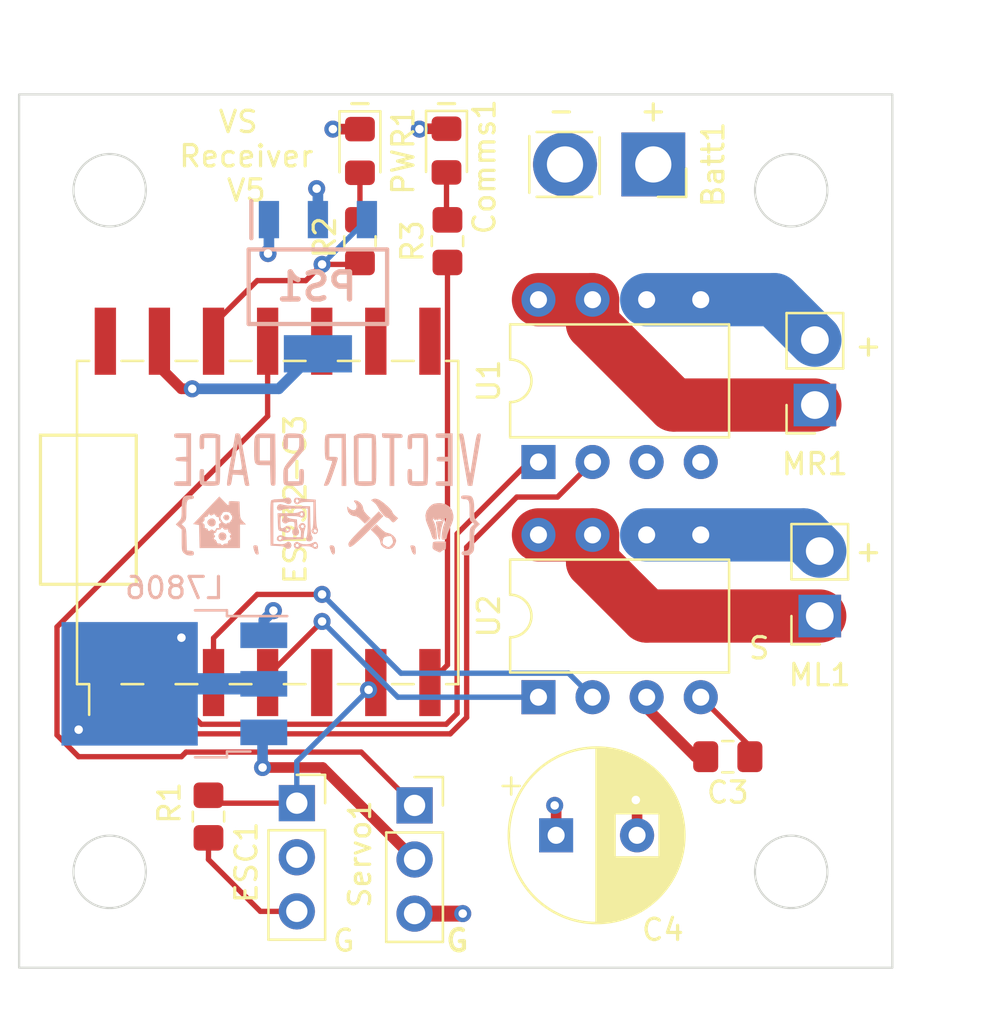
<source format=kicad_pcb>
(kicad_pcb (version 20221018) (generator pcbnew)
  (layers (0 "F.Cu" signal) (1 "In1.Cu" power "PWR") (2 "In2.Cu" power "GND") (31 "B.Cu" signal) (34 "B.Paste" user) (35 "F.Paste" user) (36 "B.SilkS" user "B.Silkscreen") (37 "F.SilkS" user "F.Silkscreen") (38 "B.Mask" user) (39 "F.Mask" user) (44 "Edge.Cuts" user))
  (net 0 "")
  (net 1 "+12V")
  (net 2 "GND")
  (net 3 "Net-(ESC1-Pin_1)")
  (net 5 "Net-(ESP32-C3-GPIO2{slash}ADC1_CH2)")
  (net 6 "Net-(ESP32-C3-GPIO3{slash}ADC1_CH3)")
  (net 7 "Net-(ESP32-C3-GPIO0{slash}ADC1_CH0{slash}XTAL_32K_P)")
  (net 8 "Net-(ESP32-C3-GPIO1{slash}ADC1_CH1{slash}XTAL_32K_N)")
  (net 9 "+3V3")
  (net 14 "+6V")
  (net 15 "/Servo")
  (net 16 "/comms")
  (net 17 "Net-(Comms1-A)")
  (net 18 "Net-(ML1-Pin_1)")
  (net 19 "Net-(ML1-Pin_2)")
  (net 20 "Net-(MR1-Pin_2)")
  (net 21 "Net-(MR1-Pin_1)")
  (net 22 "Net-(PWR1-A)")
  (footprint "MountingHole:MountingHole_3.2mm_M3" (layer "F.Cu") (at 182.75 115)
    (fp_text reference "H4" hide)
    (fp_text value "MountingHole")
    (pad "" np_thru_hole circle (at 0 0) (size 3.2 3.2) (drill 3.2) (layers "*.Cu" "*.Mask"))
  )
  (footprint "Package_DIP:DIP-8_W7.62mm" (layer "F.Cu") (at 170.884 106.8 90)
    (fp_text reference "U2" (at 3.81 -2.33 90) (layer "F.SilkS"))
    (fp_text value "RZ7886")
    (pad "1" thru_hole rect (at 0 0 90) (size 1.6 1.6) (drill 0.8) (layers "*.Cu" "*.Mask") (net 6 "Net-(ESP32-C3-GPIO3{slash}ADC1_CH3)"))
    (pad "2" thru_hole oval (at 0 2.54 90) (size 1.6 1.6) (drill 0.8) (layers "*.Cu" "*.Mask") (net 5 "Net-(ESP32-C3-GPIO2{slash}ADC1_CH2)"))
    (pad "3" thru_hole oval (at 0 5.08 90) (size 1.6 1.6) (drill 0.8) (layers "*.Cu" "*.Mask") (net 2 "GND"))
    (pad "4" thru_hole oval (at 0 7.62 90) (size 1.6 1.6) (drill 0.8) (layers "*.Cu" "*.Mask") (net 1 "+12V"))
    (pad "5" thru_hole oval (at 7.62 7.62 90) (size 1.6 1.6) (drill 0.8) (layers "*.Cu" "*.Mask") (net 19 "Net-(ML1-Pin_2)"))
    (pad "6" thru_hole oval (at 7.62 5.08 90) (size 1.6 1.6) (drill 0.8) (layers "*.Cu" "*.Mask") (net 19 "Net-(ML1-Pin_2)"))
    (pad "7" thru_hole oval (at 7.62 2.54 90) (size 1.6 1.6) (drill 0.8) (layers "*.Cu" "*.Mask") (net 18 "Net-(ML1-Pin_1)"))
    (pad "8" thru_hole oval (at 7.62 0 90) (size 1.6 1.6) (drill 0.8) (layers "*.Cu" "*.Mask") (net 18 "Net-(ML1-Pin_1)"))
  )
  (footprint "Connector_PinSocket_2.54mm:PinSocket_1x03_P2.54mm_Vertical" (layer "F.Cu") (at 165.067 111.88)
    (fp_text reference "Servo1" (at -2.565 2.286 90) (layer "F.SilkS"))
    (fp_text value "Servo")
    (pad "1" thru_hole rect (at 0 0) (size 1.7 1.7) (drill 1) (layers "*.Cu" "*.Mask") (net 15 "/Servo"))
    (pad "2" thru_hole oval (at 0 2.54) (size 1.7 1.7) (drill 1) (layers "*.Cu" "*.Mask") (net 14 "+6V"))
    (pad "3" thru_hole oval (at 0 5.08) (size 1.7 1.7) (drill 1) (layers "*.Cu" "*.Mask") (net 2 "GND"))
  )
  (footprint "Espressif:ESP32-C3" (layer "F.Cu") (at 159.9675 97.5125 90)
    (fp_text reference "ESP32-C3" (at 0 -0.5 90 unlocked) (layer "F.SilkS"))
    (fp_text value "ESP32-C3-MINI-1")
    (pad "1" smd rect (at 7.425 -6.88 90) (size 3.15 1) (layers "F.Cu" "F.Paste" "F.Mask") (net 2 "GND"))
    (pad "3" smd rect (at 7.425 -4.34 90) (size 3.15 1) (layers "F.Cu" "F.Paste" "F.Mask") (net 9 "+3V3"))
    (pad "5" smd rect (at -8.6 -4.34 90) (size 3.15 1) (layers "F.Cu" "F.Paste" "F.Mask") (net 5 "Net-(ESP32-C3-GPIO2{slash}ADC1_CH2)"))
    (pad "6" smd rect (at -8.6 -1.8 90) (size 3.15 1) (layers "F.Cu" "F.Paste" "F.Mask") (net 6 "Net-(ESP32-C3-GPIO3{slash}ADC1_CH3)"))
    (pad "12" smd rect (at -8.6 -9.42 90) (size 3.15 1) (layers "F.Cu" "F.Paste" "F.Mask") (net 7 "Net-(ESP32-C3-GPIO0{slash}ADC1_CH0{slash}XTAL_32K_P)"))
    (pad "13" smd rect (at -8.6 -6.88 90) (size 3.15 1) (layers "F.Cu" "F.Paste" "F.Mask") (net 8 "Net-(ESP32-C3-GPIO1{slash}ADC1_CH1{slash}XTAL_32K_N)"))
    (pad "16" smd rect (at 7.425 -1.8 90) (size 3.15 1) (layers "F.Cu" "F.Paste" "F.Mask") (net 15 "/Servo"))
    (pad "18" smd rect (at -8.6 0.74 90) (size 3.15 1) (layers "F.Cu" "F.Paste" "F.Mask"))
    (pad "19" smd rect (at -8.6 3.28 90) (size 3.15 1) (layers "F.Cu" "F.Paste" "F.Mask") (net 3 "Net-(ESC1-Pin_1)"))
    (pad "20" smd rect (at -8.6 5.82 90) (size 3.15 1) (layers "F.Cu" "F.Paste" "F.Mask") (net 16 "/comms"))
    (pad "21" smd rect (at 7.425 5.82 90) (size 3.15 1) (layers "F.Cu" "F.Paste" "F.Mask"))
    (pad "22" smd rect (at 7.425 3.28 90) (size 3.15 1) (layers "F.Cu" "F.Paste" "F.Mask"))
    (pad "23" smd rect (at 7.425 0.74 90) (size 3.15 1) (layers "F.Cu" "F.Paste" "F.Mask"))
    (pad "35" smd rect (at 7.425 -9.42 90) (size 3.15 1) (layers "F.Cu" "F.Paste" "F.Mask"))
  )
  (footprint "custom:DC_motor_output" (layer "F.Cu") (at 183.863 93.084 180)
    (fp_text reference "MR1" (at 0 -2.77 180) (layer "F.SilkS"))
    (fp_text value "Conn_01x02_Female")
    (pad "1" thru_hole rect (at 0 0 180) (size 2 2) (drill 1.3) (layers "*.Cu" "*.Mask") (net 21 "Net-(MR1-Pin_1)"))
    (pad "2" thru_hole oval (at 0 3.048 180) (size 2.1 2.1) (drill 1.3) (layers "*.Cu" "*.Mask") (net 20 "Net-(MR1-Pin_2)"))
  )
  (footprint "MountingHole:MountingHole_3.2mm_M3" (layer "F.Cu") (at 182.75 83)
    (fp_text reference "H3" hide)
    (fp_text value "MountingHole")
    (pad "" np_thru_hole circle (at 0 0) (size 3.2 3.2) (drill 3.2) (layers "*.Cu" "*.Mask"))
  )
  (footprint "LED_SMD:LED_0805_2012Metric_Pad1.15x1.40mm_HandSolder" (layer "F.Cu") (at 166.566 81.137 -90)
    (fp_text reference "Comms1" (at 0.762 -1.778 90) (layer "F.SilkS"))
    (fp_text value "LED")
    (pad "1" smd roundrect (at -1.025 0 270) (size 1.15 1.4) (layers "F.Cu" "F.Paste" "F.Mask") (roundrect_rratio 0.2173913043) (net 2 "GND"))
    (pad "2" smd roundrect (at 1.025 0 270) (size 1.15 1.4) (layers "F.Cu" "F.Paste" "F.Mask") (roundrect_rratio 0.2173913043) (net 17 "Net-(Comms1-A)"))
  )
  (footprint "Connector_PinSocket_2.54mm:PinSocket_1x03_P2.54mm_Vertical" (layer "F.Cu") (at 159.537 111.775)
    (fp_text reference "ESC1" (at -2.369 2.775 90) (layer "F.SilkS"))
    (fp_text value "ESC")
    (pad "1" thru_hole rect (at 0 0) (size 1.7 1.7) (drill 1) (layers "*.Cu" "*.Mask") (net 3 "Net-(ESC1-Pin_1)"))
    (pad "2" thru_hole oval (at 0 2.54) (size 1.7 1.7) (drill 1) (layers "*.Cu" "*.Mask"))
    (pad "3" thru_hole oval (at 0 5.08) (size 1.7 1.7) (drill 1) (layers "*.Cu" "*.Mask") (net 2 "GND"))
  )
  (footprint "Package_DIP:DIP-8_W7.62mm" (layer "F.Cu") (at 170.884 95.758 90)
    (fp_text reference "U1" (at 3.81 -2.33 90) (layer "F.SilkS"))
    (fp_text value "RZ7886")
    (pad "1" thru_hole rect (at 0 0 90) (size 1.6 1.6) (drill 0.8) (layers "*.Cu" "*.Mask") (net 8 "Net-(ESP32-C3-GPIO1{slash}ADC1_CH1{slash}XTAL_32K_N)"))
    (pad "2" thru_hole oval (at 0 2.54 90) (size 1.6 1.6) (drill 0.8) (layers "*.Cu" "*.Mask") (net 7 "Net-(ESP32-C3-GPIO0{slash}ADC1_CH0{slash}XTAL_32K_P)"))
    (pad "3" thru_hole oval (at 0 5.08 90) (size 1.6 1.6) (drill 0.8) (layers "*.Cu" "*.Mask") (net 2 "GND"))
    (pad "4" thru_hole oval (at 0 7.62 90) (size 1.6 1.6) (drill 0.8) (layers "*.Cu" "*.Mask") (net 1 "+12V"))
    (pad "5" thru_hole oval (at 7.62 7.62 90) (size 1.6 1.6) (drill 0.8) (layers "*.Cu" "*.Mask") (net 20 "Net-(MR1-Pin_2)"))
    (pad "6" thru_hole oval (at 7.62 5.08 90) (size 1.6 1.6) (drill 0.8) (layers "*.Cu" "*.Mask") (net 20 "Net-(MR1-Pin_2)"))
    (pad "7" thru_hole oval (at 7.62 2.54 90) (size 1.6 1.6) (drill 0.8) (layers "*.Cu" "*.Mask") (net 21 "Net-(MR1-Pin_1)"))
    (pad "8" thru_hole oval (at 7.62 0 90) (size 1.6 1.6) (drill 0.8) (layers "*.Cu" "*.Mask") (net 21 "Net-(MR1-Pin_1)"))
  )
  (footprint "Capacitor_SMD:C_0805_2012Metric_Pad1.18x1.45mm_HandSolder" (layer "F.Cu") (at 179.774 109.594 180)
    (fp_text reference "C3" (at 0 -1.68) (layer "F.SilkS"))
    (fp_text value ".1 uF")
    (pad "1" smd roundrect (at -1.0375 0 180) (size 1.175 1.45) (layers "F.Cu" "F.Paste" "F.Mask") (roundrect_rratio 0.2127659574) (net 1 "+12V"))
    (pad "2" smd roundrect (at 1.0375 0 180) (size 1.175 1.45) (layers "F.Cu" "F.Paste" "F.Mask") (roundrect_rratio 0.2127659574) (net 2 "GND"))
  )
  (footprint "MountingHole:MountingHole_3.2mm_M3" (layer "F.Cu") (at 150.75 115)
    (fp_text reference "H2" hide)
    (fp_text value "MountingHole")
    (pad "" np_thru_hole circle (at 0 0) (size 3.2 3.2) (drill 3.2) (layers "*.Cu" "*.Mask"))
  )
  (footprint "custom:DC_motor_output" (layer "F.Cu") (at 184.092 102.99 180)
    (fp_text reference "ML1" (at 0 -2.77 180) (layer "F.SilkS"))
    (fp_text value "Conn_01x02_Female")
    (pad "1" thru_hole rect (at 0 0 180) (size 2 2) (drill 1.3) (layers "*.Cu" "*.Mask") (net 18 "Net-(ML1-Pin_1)"))
    (pad "2" thru_hole oval (at 0 3.048 180) (size 2.1 2.1) (drill 1.3) (layers "*.Cu" "*.Mask") (net 19 "Net-(ML1-Pin_2)"))
  )
  (footprint "MountingHole:MountingHole_3.2mm_M3" (layer "F.Cu") (at 150.75 83)
    (fp_text reference "H1" hide)
    (fp_text value "MountingHole")
    (pad "" np_thru_hole circle (at 0 0) (size 3.2 3.2) (drill 3.2) (layers "*.Cu" "*.Mask"))
  )
  (footprint "Resistor_SMD:R_0805_2012Metric_Pad1.20x1.40mm_HandSolder" (layer "F.Cu") (at 155.39 112.404 90)
    (fp_text reference "R1" (at 0.642 -1.836 90) (layer "F.SilkS"))
    (fp_text value "10k")
    (pad "1" smd roundrect (at -1 0 90) (size 1.2 1.4) (layers "F.Cu" "F.Paste" "F.Mask") (roundrect_rratio 0.2083333333) (net 2 "GND"))
    (pad "2" smd roundrect (at 1 0 90) (size 1.2 1.4) (layers "F.Cu" "F.Paste" "F.Mask") (roundrect_rratio 0.2083333333) (net 3 "Net-(ESC1-Pin_1)"))
  )
  (footprint "Resistor_SMD:R_0805_2012Metric_Pad1.20x1.40mm_HandSolder" (layer "F.Cu") (at 162.502 85.39 90)
    (fp_text reference "R2" (at 0.18 -1.65 90) (layer "F.SilkS"))
    (fp_text value "680 ohm")
    (pad "1" smd roundrect (at -1 0 90) (size 1.2 1.4) (layers "F.Cu" "F.Paste" "F.Mask") (roundrect_rratio 0.2083333333) (net 9 "+3V3"))
    (pad "2" smd roundrect (at 1 0 90) (size 1.2 1.4) (layers "F.Cu" "F.Paste" "F.Mask") (roundrect_rratio 0.2083333333) (net 22 "Net-(PWR1-A)"))
  )
  (footprint "LED_SMD:LED_0805_2012Metric_Pad1.15x1.40mm_HandSolder" (layer "F.Cu") (at 162.502 81.155 -90)
    (fp_text reference "PWR1" (at 0 -2.032 90) (layer "F.SilkS"))
    (fp_text value "LED")
    (pad "1" smd roundrect (at -1.025 0 270) (size 1.15 1.4) (layers "F.Cu" "F.Paste" "F.Mask") (roundrect_rratio 0.2173913043) (net 2 "GND"))
    (pad "2" smd roundrect (at 1.025 0 270) (size 1.15 1.4) (layers "F.Cu" "F.Paste" "F.Mask") (roundrect_rratio 0.2173913043) (net 22 "Net-(PWR1-A)"))
  )
  (footprint "battery:battery_pads" (layer "F.Cu") (at 175.026 81.788 -90)
    (fp_text reference "Batt1" (at 0 -4.064 90) (layer "F.SilkS"))
    (fp_text value "Conn_01x02_Female")
    (pad "1" thru_hole rect (at 0 -1.25 270) (size 3 3) (drill 1.7) (layers "*.Cu" "*.Mask") (net 1 "+12V"))
    (pad "2" thru_hole oval (at 0 2.8956 270) (size 3 3) (drill 1.7) (layers "*.Cu" "*.Mask") (net 2 "GND"))
  )
  (footprint "Resistor_SMD:R_0805_2012Metric_Pad1.20x1.40mm_HandSolder" (layer "F.Cu") (at 166.611 85.39 90)
    (fp_text reference "R3" (at 0 -1.65 90) (layer "F.SilkS"))
    (fp_text value "680 ohm")
    (pad "1" smd roundrect (at -1 0 90) (size 1.2 1.4) (layers "F.Cu" "F.Paste" "F.Mask") (roundrect_rratio 0.2083333333) (net 16 "/comms"))
    (pad "2" smd roundrect (at 1 0 90) (size 1.2 1.4) (layers "F.Cu" "F.Paste" "F.Mask") (roundrect_rratio 0.2083333333) (net 17 "Net-(Comms1-A)"))
  )
  (footprint "Capacitor_THT:CP_Radial_D8.0mm_P3.80mm" (layer "F.Cu") (at 171.714 113.284)
    (fp_text reference "C4" (at 5.012 4.438) (layer "F.SilkS"))
    (fp_text value "470 uF")
    (pad "1" thru_hole rect (at 0 0) (size 1.6 1.6) (drill 0.8) (layers "*.Cu" "*.Mask") (net 1 "+12V"))
    (pad "2" thru_hole circle (at 3.8 0) (size 1.6 1.6) (drill 0.8) (layers "*.Cu" "*.Mask") (net 2 "GND"))
  )
  (footprint "VS-Logo:VS-Logo_small" (layer "B.Cu") (at 160.978 97.148 180)
    (fp_text reference "G***" hide)
    (fp_text value "LOGO" hide)
  )
  (footprint "ua78-vreg:SOT230P700X180-4N" (layer "B.Cu") (at 160.528 87.528 -90)
    (fp_text reference "PS1" (at 0 0.058 -180) (layer "B.SilkS") (effects (font (size 1.27 1.27) (thickness 0.254)) (justify mirror)))
    (fp_text value "UA78M33CDCYRG3" hide)
    (pad "1" smd rect (at -3.15 2.3 180) (size 0.95 1.75) (layers "B.Cu" "B.Paste" "B.Mask") (net 1 "+12V"))
    (pad "2" smd rect (at -3.15 0 180) (size 0.95 1.75) (layers "B.Cu" "B.Paste" "B.Mask") (net 2 "GND"))
    (pad "3" smd rect (at -3.15 -2.3 180) (size 0.95 1.75) (layers "B.Cu" "B.Paste" "B.Mask") (net 9 "+3V3"))
    (pad "4" smd rect (at 3.15 0 270) (size 1.75 3.2) (layers "B.Cu" "B.Paste" "B.Mask") (net 2 "GND"))
  )
  (footprint "Package_TO_SOT_SMD:TO-252-3_TabPin2" (layer "B.Cu") (at 153.788 106.172 180)
    (fp_text reference "L7806" (at 0 4.5) (layer "B.SilkS") (effects (justify mirror)))
    (fp_text value "L7806")
    (pad "1" smd rect (at -4.2 2.28 180) (size 2.2 1.2) (layers "B.Cu" "B.Paste" "B.Mask") (net 1 "+12V"))
    (pad "2" smd rect (at -4.2 0 180) (size 2.2 1.2) (layers "B.Cu" "B.Paste" "B.Mask") (net 2 "GND"))
    (pad "2" smd rect (at 2.1 0 180) (size 6.4 5.8) (layers "B.Cu" "B.Mask") (net 2 "GND"))
    (pad "3" smd rect (at -4.2 -2.28 180) (size 2.2 1.2) (layers "B.Cu" "B.Paste" "B.Mask") (net 14 "+6V"))
  )
  (gr_rect (start 147.5 94.5) (end 152 101.5) (stroke (width 0.15)) (fill none) (layer "F.SilkS"))
  (gr_circle (center 150.75 115) (end 152.45 115) (stroke (width 0.1)) (fill none) (layer "Edge.Cuts"))
  (gr_rect (start 146.5 78.5) (end 187.5 119.5) (stroke (width 0.1)) (fill none) (layer "Edge.Cuts"))
  (gr_circle (center 182.75 83) (end 184.45 83) (stroke (width 0.1)) (fill none) (layer "Edge.Cuts"))
  (gr_circle (center 150.75 83) (end 152.45 83) (stroke (width 0.1)) (fill none) (layer "Edge.Cuts"))
  (gr_circle (center 182.75 115) (end 184.45 115) (stroke (width 0.1)) (fill none) (layer "Edge.Cuts"))
  (gr_text "+" (at 186.378 99.942) (layer "F.SilkS") (effects (font (size 1 1))))
  (gr_text "-" (at 171.958 79.248) (layer "F.SilkS") (effects (font (size 1 1))))
  (gr_text "G" (at 161.74 118.23) (layer "F.SilkS") (effects (font (size 1 1))))
  (gr_text "+" (at 176.276 79.248) (layer "F.SilkS") (effects (font (size 1 1))))
  (gr_text "-" (at 166.566 78.86) (layer "F.SilkS") (effects (font (size 1 1))))
  (gr_text "VS \nReceiver\nV5" (at 157.168 81.4) (layer "F.SilkS") (effects (font (size 1 1))))
  (gr_text "S" (at 181.25 104.5) (layer "F.SilkS") (effects (font (size 1 1))))
  (gr_text "+" (at 186.378 90.29) (layer "F.SilkS") (effects (font (size 1 1))))
  (gr_text "-" (at 162.502 78.86) (layer "F.SilkS") (effects (font (size 1 1))))
  (gr_text "G" (at 167.074 118.23) (layer "F.SilkS") (effects (font (size 1 1) (thickness 0.2))))
  (segment (start 178.504 106.8) (end 180.8115 109.1075) (width 0.25) (layer "F.Cu") (net 1))
  (segment (start 180.8115 109.1075) (end 180.8115 109.594) (width 0.25) (layer "F.Cu") (net 1))
  (segment (start 171.714 111.948) (end 171.646 111.88) (width 0.5) (layer "F.Cu") (net 1))
  (segment (start 171.714 113.284) (end 171.714 111.948) (width 0.5) (layer "F.Cu") (net 1))
  (via (at 158.184 85.972) (size 0.8) (drill 0.4) (layers "F.Cu" "B.Cu") (net 1))
  (via (at 171.646 111.88) (size 0.8) (drill 0.4) (layers "F.Cu" "B.Cu") (net 1))
  (via (at 158.438 102.736) (size 0.8) (drill 0.4) (layers "F.Cu" "B.Cu") (net 1))
  (segment (start 157.988 103.186) (end 158.438 102.736) (width 0.5) (layer "B.Cu") (net 1))
  (segment (start 158.228 85.928) (end 158.184 85.972) (width 0.5) (layer "B.Cu") (net 1))
  (segment (start 158.228 84.378) (end 158.228 85.928) (width 0.5) (layer "B.Cu") (net 1))
  (segment (start 157.988 103.892) (end 157.988 103.186) (width 0.5) (layer "B.Cu") (net 1))
  (segment (start 162.502 80.13) (end 161.232 80.13) (width 0.5) (layer "F.Cu") (net 2))
  (segment (start 166.566 80.112) (end 165.314 80.112) (width 0.5) (layer "F.Cu") (net 2))
  (segment (start 153.0875 90.0875) (end 153.0875 90.2725) (width 0.25) (layer "F.Cu") (net 2))
  (segment (start 155.39 113.404) (end 155.39 114.42) (width 0.25) (layer "F.Cu") (net 2))
  (segment (start 178.25 109.594) (end 175.964 107.308) (width 0.5) (layer "F.Cu") (net 2))
  (segment (start 165.314 80.112) (end 165.296 80.13) (width 0.5) (layer "F.Cu") (net 2))
  (segment (start 153.0875 91.2895) (end 153.0875 90.2725) (width 0.5) (layer "F.Cu") (net 2))
  (segment (start 157.825 116.855) (end 159.537 116.855) (width 0.25) (layer "F.Cu") (net 2))
  (segment (start 165.067 116.96) (end 167.328 116.96) (width 0.75) (layer "F.Cu") (net 2))
  (segment (start 155.39 114.42) (end 157.825 116.855) (width 0.25) (layer "F.Cu") (net 2))
  (segment (start 175.514 113.284) (end 175.514 111.684) (width 0.5) (layer "F.Cu") (net 2))
  (segment (start 154.628 92.322) (end 154.12 92.322) (width 0.5) (layer "F.Cu") (net 2))
  (segment (start 175.964 107.308) (end 175.964 106.8) (width 0.5) (layer "F.Cu") (net 2))
  (segment (start 175.514 111.684) (end 175.456 111.626) (width 0.5) (layer "F.Cu") (net 2))
  (segment (start 178.7365 109.594) (end 178.25 109.594) (width 0.5) (layer "F.Cu") (net 2))
  (segment (start 154.12 92.322) (end 153.0875 91.2895) (width 0.5) (layer "F.Cu") (net 2))
  (via (at 160.47 82.924) (size 0.8) (drill 0.4) (layers "F.Cu" "B.Cu") (net 2))
  (via (at 154.12 104.006) (size 0.8) (drill 0.4) (layers "F.Cu" "B.Cu") (net 2))
  (via (at 175.456 111.626) (size 0.8) (drill 0.4) (layers "F.Cu" "B.Cu") (net 2))
  (via (at 165.296 80.13) (size 0.8) (drill 0.4) (layers "F.Cu" "B.Cu") (net 2))
  (via (at 154.628 92.322) (size 0.8) (drill 0.4) (layers "F.Cu" "B.Cu") (net 2))
  (via (at 167.328 116.96) (size 0.8) (drill 0.4) (layers "F.Cu" "B.Cu") (net 2))
  (via (at 149.294 108.324) (size 0.8) (drill 0.4) (layers "F.Cu" "B.Cu") (net 2))
  (via (at 161.232 80.13) (size 0.8) (drill 0.4) (layers "F.Cu" "B.Cu") (net 2))
  (segment (start 160.528 84.378) (end 160.528 82.982) (width 0.5) (layer "B.Cu") (net 2))
  (segment (start 160.336 90.678) (end 160.528 90.678) (width 0.25) (layer "B.Cu") (net 2))
  (segment (start 154.628 92.322) (end 158.692 92.322) (width 0.5) (layer "B.Cu") (net 2))
  (segment (start 158.692 92.322) (end 160.336 90.678) (width 0.5) (layer "B.Cu") (net 2))
  (segment (start 151.688 106.172) (end 157.988 106.172) (width 1) (layer "B.Cu") (net 2))
  (segment (start 160.528 82.982) (end 160.47 82.924) (width 0.5) (layer "B.Cu") (net 2))
  (segment (start 155.761 111.775) (end 155.39 111.404) (width 0.25) (layer "F.Cu") (net 3))
  (segment (start 159.537 111.775) (end 155.761 111.775) (width 0.25) (layer "F.Cu") (net 3))
  (via (at 162.907701 106.452299) (size 0.8) (drill 0.4) (layers "F.Cu" "B.Cu") (net 3))
  (segment (start 159.537 109.823) (end 162.907701 106.452299) (width 0.25) (layer "B.Cu") (net 3))
  (segment (start 159.537 111.775) (end 159.537 109.823) (width 0.25) (layer "B.Cu") (net 3))
  (segment (start 155.6275 104.0225) (end 155.6275 106.1125) (width 0.25) (layer "F.Cu") (net 5))
  (segment (start 160.724 101.974) (end 157.676 101.974) (width 0.25) (layer "F.Cu") (net 5))
  (segment (start 157.676 101.974) (end 155.6275 104.0225) (width 0.25) (layer "F.Cu") (net 5))
  (via (at 160.724 101.974) (size 0.8) (drill 0.4) (layers "F.Cu" "B.Cu") (net 5))
  (segment (start 173.424 106.8) (end 172.299 105.675) (width 0.25) (layer "B.Cu") (net 5))
  (segment (start 164.425 105.675) (end 160.724 101.974) (width 0.25) (layer "B.Cu") (net 5))
  (segment (start 172.299 105.675) (end 164.425 105.675) (width 0.25) (layer "B.Cu") (net 5))
  (segment (start 160.724 103.244) (end 158.1675 105.8005) (width 0.25) (layer "F.Cu") (net 6))
  (segment (start 158.1675 105.8005) (end 158.1675 106.1125) (width 0.25) (layer "F.Cu") (net 6))
  (via (at 160.724 103.244) (size 0.8) (drill 0.4) (layers "F.Cu" "B.Cu") (net 6))
  (segment (start 170.884 106.8) (end 164.28 106.8) (width 0.25) (layer "B.Cu") (net 6))
  (segment (start 164.28 106.8) (end 160.724 103.244) (width 0.25) (layer "B.Cu") (net 6))
  (segment (start 171.78 97.402) (end 169.868 97.402) (width 0.25) (layer "F.Cu") (net 7))
  (segment (start 167.5125 99.7575) (end 167.5125 107.748896) (width 0.25) (layer "F.Cu") (net 7))
  (segment (start 169.868 97.402) (end 167.5125 99.7575) (width 0.25) (layer "F.Cu") (net 7))
  (segment (start 167.5125 107.748896) (end 166.741396 108.52) (width 0.25) (layer "F.Cu") (net 7))
  (segment (start 152.955 108.52) (end 150.5475 106.1125) (width 0.25) (layer "F.Cu") (net 7))
  (segment (start 166.741396 108.52) (end 152.955 108.52) (width 0.25) (layer "F.Cu") (net 7))
  (segment (start 173.424 95.758) (end 171.78 97.402) (width 0.25) (layer "F.Cu") (net 7))
  (segment (start 170.434 95.758) (end 167.0625 99.1295) (width 0.25) (layer "F.Cu") (net 8))
  (segment (start 166.555 108.07) (end 155.045 108.07) (width 0.25) (layer "F.Cu") (net 8))
  (segment (start 155.045 108.07) (end 153.0875 106.1125) (width 0.25) (layer "F.Cu") (net 8))
  (segment (start 167.0625 99.1295) (end 167.0625 107.5625) (width 0.25) (layer "F.Cu") (net 8))
  (segment (start 167.0625 107.5625) (end 166.555 108.07) (width 0.25) (layer "F.Cu") (net 8))
  (segment (start 170.884 95.758) (end 170.434 95.758) (width 0.25) (layer "F.Cu") (net 8))
  (segment (start 157.676 87.242) (end 155.6275 89.2905) (width 0.25) (layer "F.Cu") (net 9))
  (segment (start 159.962 87.242) (end 157.676 87.242) (width 0.25) (layer "F.Cu") (net 9))
  (segment (start 160.724 86.48) (end 162.412 86.48) (width 0.25) (layer "F.Cu") (net 9))
  (segment (start 160.724 86.48) (end 159.962 87.242) (width 0.25) (layer "F.Cu") (net 9))
  (segment (start 162.412 86.48) (end 162.502 86.39) (width 0.25) (layer "F.Cu") (net 9))
  (segment (start 155.6275 89.2905) (end 155.6275 90.0875) (width 0.25) (layer "F.Cu") (net 9))
  (via (at 160.724 86.48) (size 0.8) (drill 0.4) (layers "F.Cu" "B.Cu") (net 9))
  (segment (start 160.726 86.48) (end 162.828 84.378) (width 0.25) (layer "B.Cu") (net 9))
  (segment (start 157.93 110.102) (end 160.749 110.102) (width 0.5) (layer "F.Cu") (net 14))
  (segment (start 160.749 110.102) (end 165.067 114.42) (width 0.5) (layer "F.Cu") (net 14))
  (via (at 157.93 110.102) (size 0.8) (drill 0.4) (layers "F.Cu" "B.Cu") (net 14))
  (segment (start 157.93 110.102) (end 157.93 108.51) (width 0.5) (layer "B.Cu") (net 14))
  (segment (start 157.93 108.51) (end 157.988 108.452) (width 0.25) (layer "B.Cu") (net 14))
  (segment (start 162.564 109.377) (end 165.067 111.88) (width 0.25) (layer "F.Cu") (net 15))
  (segment (start 148.278 108.578) (end 149.294 109.594) (width 0.25) (layer "F.Cu") (net 15))
  (segment (start 158.1675 90.0875) (end 158.1675 93.6085) (width 0.25) (layer "F.Cu") (net 15))
  (segment (start 154.12 109.594) (end 154.337 109.377) (width 0.25) (layer "F.Cu") (net 15))
  (segment (start 149.294 109.594) (end 154.12 109.594) (width 0.25) (layer "F.Cu") (net 15))
  (segment (start 148.278 103.498) (end 148.278 108.578) (width 0.25) (layer "F.Cu") (net 15))
  (segment (start 158.1675 93.6085) (end 148.278 103.498) (width 0.25) (layer "F.Cu") (net 15))
  (segment (start 154.337 109.377) (end 162.564 109.377) (width 0.25) (layer "F.Cu") (net 15))
  (segment (start 166.6125 105.2875) (end 165.7875 106.1125) (width 0.25) (layer "F.Cu") (net 16))
  (segment (start 166.6125 86.3915) (end 166.6125 105.2875) (width 0.25) (layer "F.Cu") (net 16))
  (segment (start 166.611 86.39) (end 166.6125 86.3915) (width 0.25) (layer "F.Cu") (net 16))
  (segment (start 166.566 84.345) (end 166.611 84.39) (width 0.25) (layer "F.Cu") (net 17))
  (segment (start 166.566 82.162) (end 166.566 84.345) (width 0.25) (layer "F.Cu") (net 17))
  (segment (start 170.884 99.18) (end 173.424 99.18) (width 2.5) (layer "F.Cu") (net 18))
  (segment (start 173.424 99.18) (end 173.424 100.45) (width 2.5) (layer "F.Cu") (net 18))
  (segment (start 175.964 102.99) (end 184.092 102.99) (width 2.5) (layer "F.Cu") (net 18))
  (segment (start 173.424 100.45) (end 175.964 102.99) (width 2.5) (layer "F.Cu") (net 18))
  (segment (start 183.33 99.18) (end 175.964 99.18) (width 2.5) (layer "B.Cu") (net 19))
  (segment (start 184.092 99.942) (end 183.33 99.18) (width 2.5) (layer "B.Cu") (net 19))
  (segment (start 175.964 88.138) (end 181.965 88.138) (width 2.5) (layer "B.Cu") (net 20))
  (segment (start 181.965 88.138) (end 183.863 90.036) (width 2.5) (layer "B.Cu") (net 20))
  (segment (start 173.424 88.138) (end 173.424 89.274) (width 2.5) (layer "F.Cu") (net 21))
  (segment (start 177.234 93.084) (end 183.863 93.084) (width 2.5) (layer "F.Cu") (net 21))
  (segment (start 170.884 88.138) (end 173.424 88.138) (width 2.5) (layer "F.Cu") (net 21))
  (segment (start 173.424 89.274) (end 177.234 93.084) (width 2.5) (layer "F.Cu") (net 21))
  (segment (start 162.502 82.18) (end 162.502 84.39) (width 0.25) (layer "F.Cu") (net 22))
)
</source>
